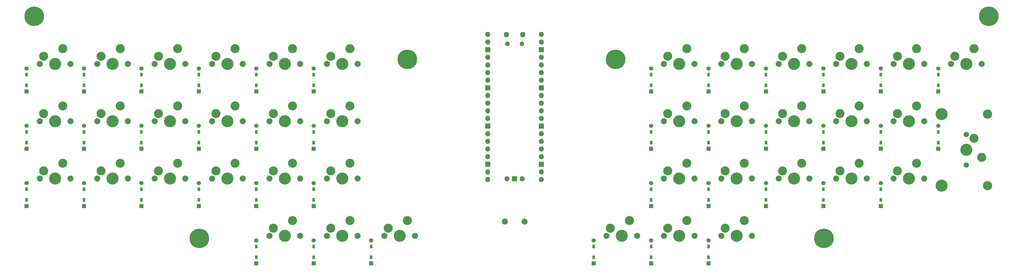
<source format=gbr>
G04 #@! TF.GenerationSoftware,KiCad,Pcbnew,7.0.10*
G04 #@! TF.CreationDate,2024-04-07T15:44:14+09:00*
G04 #@! TF.ProjectId,first_keyboard,66697273-745f-46b6-9579-626f6172642e,rev?*
G04 #@! TF.SameCoordinates,Original*
G04 #@! TF.FileFunction,Soldermask,Top*
G04 #@! TF.FilePolarity,Negative*
%FSLAX46Y46*%
G04 Gerber Fmt 4.6, Leading zero omitted, Abs format (unit mm)*
G04 Created by KiCad (PCBNEW 7.0.10) date 2024-04-07 15:44:14*
%MOMM*%
%LPD*%
G01*
G04 APERTURE LIST*
%ADD10C,2.000000*%
%ADD11C,3.000000*%
%ADD12C,4.000000*%
%ADD13C,6.500000*%
%ADD14C,3.050000*%
%ADD15C,1.800000*%
%ADD16R,1.397000X1.397000*%
%ADD17R,0.950000X1.300000*%
%ADD18C,1.397000*%
%ADD19O,1.800000X1.800000*%
%ADD20O,1.500000X1.500000*%
%ADD21O,1.700000X1.700000*%
%ADD22R,1.700000X1.700000*%
G04 APERTURE END LIST*
D10*
X256540000Y-115843700D03*
D11*
X257810000Y-113303700D03*
D12*
X261620000Y-115843700D03*
D11*
X264160000Y-110763700D03*
D10*
X266700000Y-115843700D03*
X332740000Y-115843700D03*
D11*
X334010000Y-113303700D03*
D12*
X337820000Y-115843700D03*
D11*
X340360000Y-110763700D03*
D10*
X342900000Y-115843700D03*
X106665000Y-153943700D03*
D11*
X107935000Y-151403700D03*
D12*
X111745000Y-153943700D03*
D11*
X114285000Y-148863700D03*
D10*
X116825000Y-153943700D03*
X275590000Y-115843700D03*
D11*
X276860000Y-113303700D03*
D12*
X280670000Y-115843700D03*
D11*
X283210000Y-110763700D03*
D10*
X285750000Y-115843700D03*
X49515000Y-153943700D03*
D11*
X50785000Y-151403700D03*
D12*
X54595000Y-153943700D03*
D11*
X57135000Y-148863700D03*
D10*
X59675000Y-153943700D03*
D13*
X309562500Y-173831200D03*
D10*
X87615000Y-153943700D03*
D11*
X88885000Y-151403700D03*
D12*
X92695000Y-153943700D03*
D11*
X95235000Y-148863700D03*
D10*
X97775000Y-153943700D03*
X106665000Y-115843700D03*
D11*
X107935000Y-113303700D03*
D12*
X111745000Y-115843700D03*
D11*
X114285000Y-110763700D03*
D10*
X116825000Y-115843700D03*
D13*
X47625000Y-100012500D03*
X102393800Y-173831200D03*
D10*
X49515000Y-115843700D03*
D11*
X50785000Y-113303700D03*
D12*
X54595000Y-115843700D03*
D11*
X57135000Y-110763700D03*
D10*
X59675000Y-115843700D03*
X237490000Y-172993700D03*
D11*
X238760000Y-170453700D03*
D12*
X242570000Y-172993700D03*
D11*
X245110000Y-167913700D03*
D10*
X247650000Y-172993700D03*
X125715000Y-172993700D03*
D11*
X126985000Y-170453700D03*
D12*
X130795000Y-172993700D03*
D11*
X133335000Y-167913700D03*
D10*
X135875000Y-172993700D03*
X294640000Y-134893700D03*
D11*
X295910000Y-132353700D03*
D12*
X299720000Y-134893700D03*
D11*
X302260000Y-129813700D03*
D10*
X304800000Y-134893700D03*
X275590000Y-153943700D03*
D11*
X276860000Y-151403700D03*
D12*
X280670000Y-153943700D03*
D11*
X283210000Y-148863700D03*
D10*
X285750000Y-153943700D03*
X87615000Y-115843700D03*
D11*
X88885000Y-113303700D03*
D12*
X92695000Y-115843700D03*
D11*
X95235000Y-110763700D03*
D10*
X97775000Y-115843700D03*
X68565000Y-153943700D03*
D11*
X69835000Y-151403700D03*
D12*
X73645000Y-153943700D03*
D11*
X76185000Y-148863700D03*
D10*
X78725000Y-153943700D03*
X275590000Y-172993700D03*
D11*
X276860000Y-170453700D03*
D12*
X280670000Y-172993700D03*
D11*
X283210000Y-167913700D03*
D10*
X285750000Y-172993700D03*
X87615000Y-134893700D03*
D11*
X88885000Y-132353700D03*
D12*
X92695000Y-134893700D03*
D11*
X95235000Y-129813700D03*
D10*
X97775000Y-134893700D03*
X125715000Y-134893700D03*
D11*
X126985000Y-132353700D03*
D12*
X130795000Y-134893700D03*
D11*
X133335000Y-129813700D03*
D10*
X135875000Y-134893700D03*
X256540000Y-153943700D03*
D11*
X257810000Y-151403700D03*
D12*
X261620000Y-153943700D03*
D11*
X264160000Y-148863700D03*
D10*
X266700000Y-153943700D03*
X125715000Y-153943700D03*
D11*
X126985000Y-151403700D03*
D12*
X130795000Y-153943700D03*
D11*
X133335000Y-148863700D03*
D10*
X135875000Y-153943700D03*
X294640000Y-115843700D03*
D11*
X295910000Y-113303700D03*
D12*
X299720000Y-115843700D03*
D11*
X302260000Y-110763700D03*
D10*
X304800000Y-115843700D03*
X294640000Y-153943700D03*
D11*
X295910000Y-151403700D03*
D12*
X299720000Y-153943700D03*
D11*
X302260000Y-148863700D03*
D10*
X304800000Y-153943700D03*
X125715000Y-115843700D03*
D11*
X126985000Y-113303700D03*
D12*
X130795000Y-115843700D03*
D11*
X133335000Y-110763700D03*
D10*
X135875000Y-115843700D03*
X332740000Y-134893700D03*
D11*
X334010000Y-132353700D03*
D12*
X337820000Y-134893700D03*
D11*
X340360000Y-129813700D03*
D10*
X342900000Y-134893700D03*
D14*
X363870000Y-132518700D03*
D12*
X348630000Y-132518700D03*
D15*
X356870000Y-139338700D03*
D11*
X359410000Y-140608700D03*
D12*
X356870000Y-144418700D03*
D11*
X361950000Y-146958700D03*
D15*
X356870000Y-149498700D03*
D14*
X363870000Y-156318700D03*
D12*
X348630000Y-156318700D03*
D10*
X256540000Y-134893700D03*
D11*
X257810000Y-132353700D03*
D12*
X261620000Y-134893700D03*
D11*
X264160000Y-129813700D03*
D10*
X266700000Y-134893700D03*
D13*
X364331300Y-100012500D03*
D10*
X163815000Y-172993700D03*
D11*
X165085000Y-170453700D03*
D12*
X168895000Y-172993700D03*
D11*
X171435000Y-167913700D03*
D10*
X173975000Y-172993700D03*
X313690000Y-115843700D03*
D11*
X314960000Y-113303700D03*
D12*
X318770000Y-115843700D03*
D11*
X321310000Y-110763700D03*
D10*
X323850000Y-115843700D03*
X256540000Y-172993700D03*
D11*
X257810000Y-170453700D03*
D12*
X261620000Y-172993700D03*
D11*
X264160000Y-167913700D03*
D10*
X266700000Y-172993700D03*
X68565000Y-115843700D03*
D11*
X69835000Y-113303700D03*
D12*
X73645000Y-115843700D03*
D11*
X76185000Y-110763700D03*
D10*
X78725000Y-115843700D03*
X275590000Y-134893700D03*
D11*
X276860000Y-132353700D03*
D12*
X280670000Y-134893700D03*
D11*
X283210000Y-129813700D03*
D10*
X285750000Y-134893700D03*
X49515000Y-134893700D03*
D11*
X50785000Y-132353700D03*
D12*
X54595000Y-134893700D03*
D11*
X57135000Y-129813700D03*
D10*
X59675000Y-134893700D03*
X68565000Y-134893700D03*
D11*
X69835000Y-132353700D03*
D12*
X73645000Y-134893700D03*
D11*
X76185000Y-129813700D03*
D10*
X78725000Y-134893700D03*
X144765000Y-115843700D03*
D11*
X146035000Y-113303700D03*
D12*
X149845000Y-115843700D03*
D11*
X152385000Y-110763700D03*
D10*
X154925000Y-115843700D03*
X144765000Y-134893700D03*
D11*
X146035000Y-132353700D03*
D12*
X149845000Y-134893700D03*
D11*
X152385000Y-129813700D03*
D10*
X154925000Y-134893700D03*
X332740000Y-153943700D03*
D11*
X334010000Y-151403700D03*
D12*
X337820000Y-153943700D03*
D11*
X340360000Y-148863700D03*
D10*
X342900000Y-153943700D03*
D13*
X171450000Y-114300000D03*
D10*
X106665000Y-134893700D03*
D11*
X107935000Y-132353700D03*
D12*
X111745000Y-134893700D03*
D11*
X114285000Y-129813700D03*
D10*
X116825000Y-134893700D03*
X144765000Y-153943700D03*
D11*
X146035000Y-151403700D03*
D12*
X149845000Y-153943700D03*
D11*
X152385000Y-148863700D03*
D10*
X154925000Y-153943700D03*
D13*
X240506300Y-114300000D03*
D10*
X144765000Y-172993700D03*
D11*
X146035000Y-170453700D03*
D12*
X149845000Y-172993700D03*
D11*
X152385000Y-167913700D03*
D10*
X154925000Y-172993700D03*
X210245000Y-168231200D03*
X203745000Y-168231200D03*
X351790000Y-115843700D03*
D11*
X353060000Y-113303700D03*
D12*
X356870000Y-115843700D03*
D11*
X359410000Y-110763700D03*
D10*
X361950000Y-115843700D03*
X313690000Y-153943700D03*
D11*
X314960000Y-151403700D03*
D12*
X318770000Y-153943700D03*
D11*
X321310000Y-148863700D03*
D10*
X323850000Y-153943700D03*
X313690000Y-134893700D03*
D11*
X314960000Y-132353700D03*
D12*
X318770000Y-134893700D03*
D11*
X321310000Y-129813700D03*
D10*
X323850000Y-134893700D03*
D16*
X252238800Y-163122400D03*
D17*
X252238800Y-161087400D03*
X252238800Y-157537400D03*
D18*
X252238800Y-155502400D03*
D16*
X290338800Y-163122400D03*
D17*
X290338800Y-161087400D03*
X290338800Y-157537400D03*
D18*
X290338800Y-155502400D03*
D16*
X83170000Y-163122400D03*
D17*
X83170000Y-161087400D03*
X83170000Y-157537400D03*
D18*
X83170000Y-155502400D03*
D16*
X271288800Y-125022400D03*
D17*
X271288800Y-122987400D03*
X271288800Y-119437400D03*
D18*
X271288800Y-117402400D03*
D16*
X64120000Y-144072400D03*
D17*
X64120000Y-142037400D03*
X64120000Y-138487400D03*
D18*
X64120000Y-136452400D03*
D16*
X328438800Y-125022400D03*
D17*
X328438800Y-122987400D03*
X328438800Y-119437400D03*
D18*
X328438800Y-117402400D03*
D16*
X140320000Y-144072400D03*
D17*
X140320000Y-142037400D03*
X140320000Y-138487400D03*
D18*
X140320000Y-136452400D03*
D16*
X121270000Y-163122400D03*
D17*
X121270000Y-161087400D03*
X121270000Y-157537400D03*
D18*
X121270000Y-155502400D03*
D16*
X140320000Y-163122400D03*
D17*
X140320000Y-161087400D03*
X140320000Y-157537400D03*
D18*
X140320000Y-155502400D03*
D16*
X271288800Y-163122400D03*
D17*
X271288800Y-161087400D03*
X271288800Y-157537400D03*
D18*
X271288800Y-155502400D03*
D16*
X64120000Y-163122400D03*
D17*
X64120000Y-161087400D03*
X64120000Y-157537400D03*
D18*
X64120000Y-155502400D03*
D16*
X121270000Y-182172400D03*
D17*
X121270000Y-180137400D03*
X121270000Y-176587400D03*
D18*
X121270000Y-174552400D03*
D16*
X140320000Y-182172400D03*
D17*
X140320000Y-180137400D03*
X140320000Y-176587400D03*
D18*
X140320000Y-174552400D03*
D16*
X83170000Y-144072400D03*
D17*
X83170000Y-142037400D03*
X83170000Y-138487400D03*
D18*
X83170000Y-136452400D03*
D16*
X309388800Y-163122400D03*
D17*
X309388800Y-161087400D03*
X309388800Y-157537400D03*
D18*
X309388800Y-155502400D03*
D16*
X271288800Y-144072400D03*
D17*
X271288800Y-142037400D03*
X271288800Y-138487400D03*
D18*
X271288800Y-136452400D03*
D16*
X45070000Y-144072400D03*
D17*
X45070000Y-142037400D03*
X45070000Y-138487400D03*
D18*
X45070000Y-136452400D03*
D16*
X121270000Y-125022400D03*
D17*
X121270000Y-122987400D03*
X121270000Y-119437400D03*
D18*
X121270000Y-117402400D03*
D16*
X252238800Y-182172400D03*
D17*
X252238800Y-180137400D03*
X252238800Y-176587400D03*
D18*
X252238800Y-174552400D03*
D16*
X290338800Y-144072400D03*
D17*
X290338800Y-142037400D03*
X290338800Y-138487400D03*
D18*
X290338800Y-136452400D03*
D16*
X252238800Y-144072400D03*
D17*
X252238800Y-142037400D03*
X252238800Y-138487400D03*
D18*
X252238800Y-136452400D03*
D16*
X328438800Y-163122400D03*
D17*
X328438800Y-161087400D03*
X328438800Y-157537400D03*
D18*
X328438800Y-155502400D03*
D16*
X102220000Y-144072400D03*
D17*
X102220000Y-142037400D03*
X102220000Y-138487400D03*
D18*
X102220000Y-136452400D03*
D16*
X45070000Y-125022400D03*
D17*
X45070000Y-122987400D03*
X45070000Y-119437400D03*
D18*
X45070000Y-117402400D03*
D16*
X140320000Y-125022400D03*
D17*
X140320000Y-122987400D03*
X140320000Y-119437400D03*
D18*
X140320000Y-117402400D03*
D16*
X347488800Y-144072400D03*
D17*
X347488800Y-142037400D03*
X347488800Y-138487400D03*
D18*
X347488800Y-136452400D03*
D16*
X271288800Y-182172400D03*
D17*
X271288800Y-180137400D03*
X271288800Y-176587400D03*
D18*
X271288800Y-174552400D03*
D16*
X328438800Y-144072400D03*
D17*
X328438800Y-142037400D03*
X328438800Y-138487400D03*
D18*
X328438800Y-136452400D03*
D16*
X102220000Y-125022400D03*
D17*
X102220000Y-122987400D03*
X102220000Y-119437400D03*
D18*
X102220000Y-117402400D03*
D16*
X252238800Y-125022400D03*
D17*
X252238800Y-122987400D03*
X252238800Y-119437400D03*
D18*
X252238800Y-117402400D03*
D16*
X64120000Y-125022400D03*
D17*
X64120000Y-122987400D03*
X64120000Y-119437400D03*
D18*
X64120000Y-117402400D03*
D16*
X290338800Y-125022400D03*
D17*
X290338800Y-122987400D03*
X290338800Y-119437400D03*
D18*
X290338800Y-117402400D03*
D16*
X233188800Y-182172400D03*
D17*
X233188800Y-180137400D03*
X233188800Y-176587400D03*
D18*
X233188800Y-174552400D03*
D16*
X45070000Y-163122400D03*
D17*
X45070000Y-161087400D03*
X45070000Y-157537400D03*
D18*
X45070000Y-155502400D03*
D16*
X347488800Y-125022400D03*
D17*
X347488800Y-122987400D03*
X347488800Y-119437400D03*
D18*
X347488800Y-117402400D03*
D16*
X159370000Y-182172400D03*
D17*
X159370000Y-180137400D03*
X159370000Y-176587400D03*
D18*
X159370000Y-174552400D03*
D16*
X102220000Y-163122400D03*
D17*
X102220000Y-161087400D03*
X102220000Y-157537400D03*
D18*
X102220000Y-155502400D03*
D19*
X209720000Y-106131200D03*
D20*
X209420000Y-109161200D03*
X204570000Y-109161200D03*
D19*
X204270000Y-106131200D03*
D21*
X215885000Y-106001200D03*
X215885000Y-108541200D03*
D22*
X215885000Y-111081200D03*
D21*
X215885000Y-113621200D03*
X215885000Y-116161200D03*
X215885000Y-118701200D03*
X215885000Y-121241200D03*
D22*
X215885000Y-123781200D03*
D21*
X215885000Y-126321200D03*
X215885000Y-128861200D03*
X215885000Y-131401200D03*
X215885000Y-133941200D03*
D22*
X215885000Y-136481200D03*
D21*
X215885000Y-139021200D03*
X215885000Y-141561200D03*
X215885000Y-144101200D03*
X215885000Y-146641200D03*
D22*
X215885000Y-149181200D03*
D21*
X215885000Y-151721200D03*
X215885000Y-154261200D03*
X198105000Y-154261200D03*
X198105000Y-151721200D03*
D22*
X198105000Y-149181200D03*
D21*
X198105000Y-146641200D03*
X198105000Y-144101200D03*
X198105000Y-141561200D03*
X198105000Y-139021200D03*
D22*
X198105000Y-136481200D03*
D21*
X198105000Y-133941200D03*
X198105000Y-131401200D03*
X198105000Y-128861200D03*
X198105000Y-126321200D03*
D22*
X198105000Y-123781200D03*
D21*
X198105000Y-121241200D03*
X198105000Y-118701200D03*
X198105000Y-116161200D03*
X198105000Y-113621200D03*
D22*
X198105000Y-111081200D03*
D21*
X198105000Y-108541200D03*
X198105000Y-106001200D03*
X209535000Y-154031200D03*
D22*
X206995000Y-154031200D03*
D21*
X204455000Y-154031200D03*
D16*
X309388800Y-144072400D03*
D17*
X309388800Y-142037400D03*
X309388800Y-138487400D03*
D18*
X309388800Y-136452400D03*
D16*
X121270000Y-144072400D03*
D17*
X121270000Y-142037400D03*
X121270000Y-138487400D03*
D18*
X121270000Y-136452400D03*
D16*
X83170000Y-125022400D03*
D17*
X83170000Y-122987400D03*
X83170000Y-119437400D03*
D18*
X83170000Y-117402400D03*
D16*
X309388800Y-125022400D03*
D17*
X309388800Y-122987400D03*
X309388800Y-119437400D03*
D18*
X309388800Y-117402400D03*
M02*

</source>
